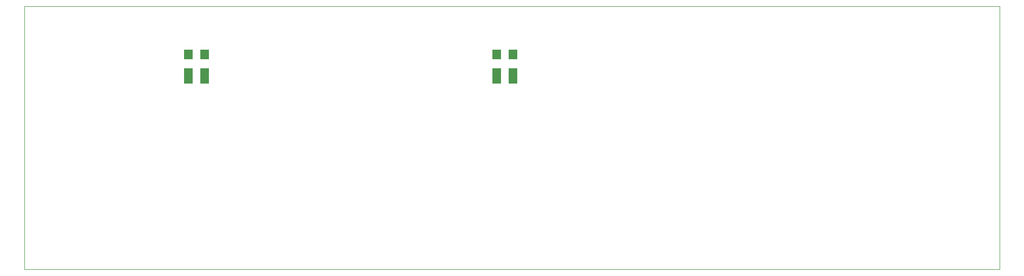
<source format=gbp>
G75*
%MOIN*%
%OFA0B0*%
%FSLAX24Y24*%
%IPPOS*%
%LPD*%
%AMOC8*
5,1,8,0,0,1.08239X$1,22.5*
%
%ADD10C,0.0000*%
%ADD11R,0.0630X0.0709*%
%ADD12R,0.0630X0.1063*%
D10*
X000180Y000180D02*
X000180Y018550D01*
X068172Y018550D01*
X068172Y000180D01*
X000180Y000180D01*
D11*
X011629Y015180D03*
X012731Y015180D03*
X033129Y015180D03*
X034231Y015180D03*
D12*
X034231Y013680D03*
X033129Y013680D03*
X012731Y013680D03*
X011629Y013680D03*
M02*

</source>
